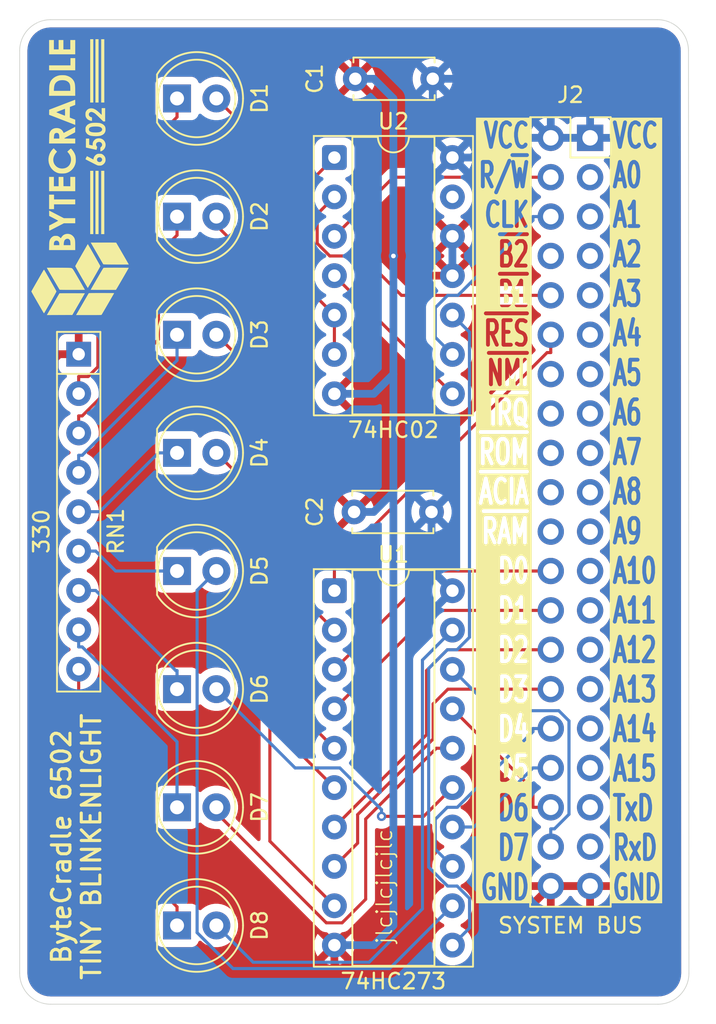
<source format=kicad_pcb>
(kicad_pcb (version 20241229) (generator "pcbnew") (generator_version "9.0")
  (layers (0 "F.Cu" signal) (2 "B.Cu" signal) (13 "F.Paste" user) (15 "B.Paste" user) (5 "F.SilkS" user "F.Silkscreen") (7 "B.SilkS" user "B.Silkscreen") (1 "F.Mask" user) (3 "B.Mask" user) (25 "Edge.Cuts" user))
  (net 0 "")
  (net 1 "GND")
  (net 2 "VCC")
  (net 3 "Net-(D1-K)")
  (net 4 "Net-(D1-A)")
  (net 5 "Net-(D2-A)")
  (net 6 "Net-(D2-K)")
  (net 7 "Net-(D3-A)")
  (net 8 "Net-(D3-K)")
  (net 9 "Net-(D4-A)")
  (net 10 "Net-(D4-K)")
  (net 11 "Net-(D5-A)")
  (net 12 "Net-(D5-K)")
  (net 13 "Net-(D6-A)")
  (net 14 "Net-(D6-K)")
  (net 15 "Net-(D7-A)")
  (net 16 "Net-(D7-K)")
  (net 17 "Net-(D8-K)")
  (net 18 "Net-(D8-A)")
  (net 19 "RxD1")
  (net 20 "D2")
  (net 21 "~{RES}")
  (net 22 "CLK")
  (net 23 "A12")
  (net 24 "A3")
  (net 25 "D4")
  (net 26 "D7")
  (net 27 "R{slash}~{W}")
  (net 28 "~{RAMCS}")
  (net 29 "A1")
  (net 30 "D0")
  (net 31 "~{IRQ}")
  (net 32 "A9")
  (net 33 "~{ROMCS}")
  (net 34 "B2")
  (net 35 "TxD1")
  (net 36 "A11")
  (net 37 "A7")
  (net 38 "A15")
  (net 39 "A13")
  (net 40 "B1")
  (net 41 "A0")
  (net 42 "A14")
  (net 43 "A6")
  (net 44 "D6")
  (net 45 "A5")
  (net 46 "A8")
  (net 47 "D1")
  (net 48 "~{NMI}")
  (net 49 "A10")
  (net 50 "D3")
  (net 51 "~{ACIACS}")
  (net 52 "D5")
  (net 53 "A2")
  (net 54 "A4")
  (net 55 "Net-(U1-Cp)")
  (net 56 "Net-(U2-Pad1)")
  (net 57 "Net-(U2-Pad4)")
  (footprint "Package_DIP:DIP-14_W7.62mm_Socket" (layer "F.Cu") (at 87.63 34.29)
    (property "Reference" "U2" (at 3.81 -2.33 0) (layer "F.SilkS"))
    (property "Value" "74HC02" (at 3.81 17.57 0) (layer "F.SilkS"))
    (pad "1" thru_hole roundrect (at 0 0) (size 1.6 1.6) (drill 0.8) (layers "*.Cu" "*.Mask") (roundrect_rratio 0.15625) (net 56 "Net-(U2-Pad1)"))
    (pad "2" thru_hole circle (at 0 2.54) (size 1.6 1.6) (drill 0.8) (layers "*.Cu" "*.Mask") (net 40 "B1"))
    (pad "3" thru_hole circle (at 0 5.08) (size 1.6 1.6) (drill 0.8) (layers "*.Cu" "*.Mask") (net 27 "R{slash}~{W}"))
    (pad "4" thru_hole circle (at 0 7.62) (size 1.6 1.6) (drill 0.8) (layers "*.Cu" "*.Mask") (net 57 "Net-(U2-Pad4)"))
    (pad "5" thru_hole circle (at 0 10.16) (size 1.6 1.6) (drill 0.8) (layers "*.Cu" "*.Mask") (net 56 "Net-(U2-Pad1)"))
    (pad "6" thru_hole circle (at 0 12.7) (size 1.6 1.6) (drill 0.8) (layers "*.Cu" "*.Mask") (net 56 "Net-(U2-Pad1)"))
    (pad "7" thru_hole circle (at 0 15.24) (size 1.6 1.6) (drill 0.8) (layers "*.Cu" "*.Mask") (net 1 "GND"))
    (pad "8" thru_hole circle (at 7.62 15.24) (size 1.6 1.6) (drill 0.8) (layers "*.Cu" "*.Mask") (net 57 "Net-(U2-Pad4)"))
    (pad "9" thru_hole circle (at 7.62 12.7) (size 1.6 1.6) (drill 0.8) (layers "*.Cu" "*.Mask") (net 22 "CLK"))
    (pad "10" thru_hole circle (at 7.62 10.16) (size 1.6 1.6) (drill 0.8) (layers "*.Cu" "*.Mask") (net 55 "Net-(U1-Cp)"))
    (pad "11" thru_hole circle (at 7.62 7.62) (size 1.6 1.6) (drill 0.8) (layers "*.Cu" "*.Mask") (net 1 "GND"))
    (pad "12" thru_hole circle (at 7.62 5.08) (size 1.6 1.6) (drill 0.8) (layers "*.Cu" "*.Mask") (net 1 "GND"))
    (pad "13" thru_hole circle (at 7.62 2.54) (size 1.6 1.6) (drill 0.8) (layers "*.Cu" "*.Mask"))
    (pad "14" thru_hole circle (at 7.62 0) (size 1.6 1.6) (drill 0.8) (layers "*.Cu" "*.Mask") (net 2 "VCC"))
  )
  (footprint "Capacitor_THT:C_Disc_D5.0mm_W2.5mm_P5.00mm" (layer "F.Cu") (at 93.9 57.15 180)
    (property "Reference" "C2" (at 7.54 0 90) (layer "F.SilkS"))
    (property "Value" "C")
    (pad "1" thru_hole circle (at 0 0 180) (size 1.6 1.6) (drill 0.8) (layers "*.Cu" "*.Mask") (net 2 "VCC"))
    (pad "2" thru_hole circle (at 5 0 180) (size 1.6 1.6) (drill 0.8) (layers "*.Cu" "*.Mask") (net 1 "GND"))
  )
  (footprint "LED_THT:LED_D5.0mm" (layer "F.Cu") (at 77.47 60.96)
    (property "Reference" "D5" (at 5.334 0 90) (layer "F.SilkS"))
    (property "Value" "LED")
    (pad "1" thru_hole rect (at 0 0) (size 1.8 1.8) (drill 0.9) (layers "*.Cu" "*.Mask") (net 12 "Net-(D5-K)"))
    (pad "2" thru_hole circle (at 2.54 0) (size 1.8 1.8) (drill 0.9) (layers "*.Cu" "*.Mask") (net 11 "Net-(D5-A)"))
  )
  (footprint "LED_THT:LED_D5.0mm" (layer "F.Cu") (at 77.47 30.48)
    (property "Reference" "D1" (at 5.334 0 90) (layer "F.SilkS"))
    (property "Value" "LED")
    (pad "1" thru_hole rect (at 0 0) (size 1.8 1.8) (drill 0.9) (layers "*.Cu" "*.Mask") (net 3 "Net-(D1-K)"))
    (pad "2" thru_hole circle (at 2.54 0) (size 1.8 1.8) (drill 0.9) (layers "*.Cu" "*.Mask") (net 4 "Net-(D1-A)"))
  )
  (footprint "LED_THT:LED_D5.0mm" (layer "F.Cu") (at 77.47 76.2)
    (property "Reference" "D7" (at 5.334 0 90) (layer "F.SilkS"))
    (property "Value" "LED")
    (pad "1" thru_hole rect (at 0 0) (size 1.8 1.8) (drill 0.9) (layers "*.Cu" "*.Mask") (net 16 "Net-(D7-K)"))
    (pad "2" thru_hole circle (at 2.54 0) (size 1.8 1.8) (drill 0.9) (layers "*.Cu" "*.Mask") (net 15 "Net-(D7-A)"))
  )
  (footprint "LED_THT:LED_D5.0mm" (layer "F.Cu") (at 77.47 68.58)
    (property "Reference" "D6" (at 5.334 0 90) (layer "F.SilkS"))
    (property "Value" "LED")
    (pad "1" thru_hole rect (at 0 0) (size 1.8 1.8) (drill 0.9) (layers "*.Cu" "*.Mask") (net 14 "Net-(D6-K)"))
    (pad "2" thru_hole circle (at 2.54 0) (size 1.8 1.8) (drill 0.9) (layers "*.Cu" "*.Mask") (net 13 "Net-(D6-A)"))
  )
  (footprint "Resistor_THT:R_Array_SIP9" (layer "F.Cu") (at 71.12 46.975 -90)
    (property "Reference" "RN1" (at 11.43 -2.4 90) (layer "F.SilkS"))
    (property "Value" "330" (at 11.43 2.4 90) (layer "F.SilkS"))
    (pad "1" thru_hole rect (at 0 0 270) (size 1.6 1.6) (drill 0.8) (layers "*.Cu" "*.Mask") (net 1 "GND"))
    (pad "2" thru_hole oval (at 2.54 0 270) (size 1.6 1.6) (drill 0.8) (layers "*.Cu" "*.Mask") (net 3 "Net-(D1-K)"))
    (pad "3" thru_hole oval (at 5.08 0 270) (size 1.6 1.6) (drill 0.8) (layers "*.Cu" "*.Mask") (net 6 "Net-(D2-K)"))
    (pad "4" thru_hole oval (at 7.62 0 270) (size 1.6 1.6) (drill 0.8) (layers "*.Cu" "*.Mask") (net 8 "Net-(D3-K)"))
    (pad "5" thru_hole oval (at 10.16 0 270) (size 1.6 1.6) (drill 0.8) (layers "*.Cu" "*.Mask") (net 10 "Net-(D4-K)"))
    (pad "6" thru_hole oval (at 12.7 0 270) (size 1.6 1.6) (drill 0.8) (layers "*.Cu" "*.Mask") (net 12 "Net-(D5-K)"))
    (pad "7" thru_hole oval (at 15.24 0 270) (size 1.6 1.6) (drill 0.8) (layers "*.Cu" "*.Mask") (net 14 "Net-(D6-K)"))
    (pad "8" thru_hole oval (at 17.78 0 270) (size 1.6 1.6) (drill 0.8) (layers "*.Cu" "*.Mask") (net 16 "Net-(D7-K)"))
    (pad "9" thru_hole oval (at 20.32 0 270) (size 1.6 1.6) (drill 0.8) (layers "*.Cu" "*.Mask") (net 17 "Net-(D8-K)"))
  )
  (footprint "LED_THT:LED_D5.0mm" (layer "F.Cu") (at 77.47 83.82)
    (property "Reference" "D8" (at 5.334 0 270) (layer "F.SilkS"))
    (property "Value" "LED")
    (pad "1" thru_hole rect (at 0 0) (size 1.8 1.8) (drill 0.9) (layers "*.Cu" "*.Mask") (net 17 "Net-(D8-K)"))
    (pad "2" thru_hole circle (at 2.54 0) (size 1.8 1.8) (drill 0.9) (layers "*.Cu" "*.Mask") (net 18 "Net-(D8-A)"))
  )
  (footprint "LED_THT:LED_D5.0mm" (layer "F.Cu") (at 77.47 45.72)
    (property "Reference" "D3" (at 5.334 0 90) (layer "F.SilkS"))
    (property "Value" "LED")
    (pad "1" thru_hole rect (at 0 0) (size 1.8 1.8) (drill 0.9) (layers "*.Cu" "*.Mask") (net 8 "Net-(D3-K)"))
    (pad "2" thru_hole circle (at 2.54 0) (size 1.8 1.8) (drill 0.9) (layers "*.Cu" "*.Mask") (net 7 "Net-(D3-A)"))
  )
  (footprint "Package_DIP:DIP-20_W7.62mm_Socket" (layer "F.Cu") (at 87.63 62.23)
    (property "Reference" "U1" (at 3.81 -2.33 0) (layer "F.SilkS"))
    (property "Value" "74HC273" (at 3.81 25.19 0) (layer "F.SilkS"))
    (pad "1" thru_hole roundrect (at 0 0) (size 1.6 1.6) (drill 0.8) (layers "*.Cu" "*.Mask") (roundrect_rratio 0.15625) (net 21 "~{RES}"))
    (pad "2" thru_hole circle (at 0 2.54) (size 1.6 1.6) (drill 0.8) (layers "*.Cu" "*.Mask") (net 4 "Net-(D1-A)"))
    (pad "3" thru_hole circle (at 0 5.08) (size 1.6 1.6) (drill 0.8) (layers "*.Cu" "*.Mask") (net 30 "D0"))
    (pad "4" thru_hole circle (at 0 7.62) (size 1.6 1.6) (drill 0.8) (layers "*.Cu" "*.Mask") (net 47 "D1"))
    (pad "5" thru_hole circle (at 0 10.16) (size 1.6 1.6) (drill 0.8) (layers "*.Cu" "*.Mask") (net 5 "Net-(D2-A)"))
    (pad "6" thru_hole circle (at 0 12.7) (size 1.6 1.6) (drill 0.8) (layers "*.Cu" "*.Mask") (net 7 "Net-(D3-A)"))
    (pad "7" thru_hole circle (at 0 15.24) (size 1.6 1.6) (drill 0.8) (layers "*.Cu" "*.Mask") (net 20 "D2"))
    (pad "8" thru_hole circle (at 0 17.78) (size 1.6 1.6) (drill 0.8) (layers "*.Cu" "*.Mask") (net 50 "D3"))
    (pad "9" thru_hole circle (at 0 20.32) (size 1.6 1.6) (drill 0.8) (layers "*.Cu" "*.Mask") (net 9 "Net-(D4-A)"))
    (pad "10" thru_hole circle (at 0 22.86) (size 1.6 1.6) (drill 0.8) (layers "*.Cu" "*.Mask") (net 1 "GND"))
    (pad "11" thru_hole circle (at 7.62 22.86) (size 1.6 1.6) (drill 0.8) (layers "*.Cu" "*.Mask") (net 55 "Net-(U1-Cp)"))
    (pad "12" thru_hole circle (at 7.62 20.32) (size 1.6 1.6) (drill 0.8) (layers "*.Cu" "*.Mask") (net 11 "Net-(D5-A)"))
    (pad "13" thru_hole circle (at 7.62 17.78) (size 1.6 1.6) (drill 0.8) (layers "*.Cu" "*.Mask") (net 25 "D4"))
    (pad "14" thru_hole circle (at 7.62 15.24) (size 1.6 1.6) (drill 0.8) (layers "*.Cu" "*.Mask") (net 52 "D5"))
    (pad "15" thru_hole circle (at 7.62 12.7) (size 1.6 1.6) (drill 0.8) (layers "*.Cu" "*.Mask") (net 13 "Net-(D6-A)"))
    (pad "16" thru_hole circle (at 7.62 10.16) (size 1.6 1.6) (drill 0.8) (layers "*.Cu" "*.Mask") (net 15 "Net-(D7-A)"))
    (pad "17" thru_hole circle (at 7.62 7.62) (size 1.6 1.6) (drill 0.8) (layers "*.Cu" "*.Mask") (net 44 "D6"))
    (pad "18" thru_hole circle (at 7.62 5.08) (size 1.6 1.6) (drill 0.8) (layers "*.Cu" "*.Mask") (net 26 "D7"))
    (pad "19" thru_hole circle (at 7.62 2.54) (size 1.6 1.6) (drill 0.8) (layers "*.Cu" "*.Mask") (net 18 "Net-(D8-A)"))
    (pad "20" thru_hole circle (at 7.62 0) (size 1.6 1.6) (drill 0.8) (layers "*.Cu" "*.Mask") (net 2 "VCC"))
  )
  (footprint "LED_THT:LED_D5.0mm" (layer "F.Cu") (at 77.47 53.34)
    (property "Reference" "D4" (at 5.334 0 90) (layer "F.SilkS"))
    (property "Value" "LED")
    (pad "1" thru_hole rect (at 0 0) (size 1.8 1.8) (drill 0.9) (layers "*.Cu" "*.Mask") (net 10 "Net-(D4-K)"))
    (pad "2" thru_hole circle (at 2.54 0) (size 1.8 1.8) (drill 0.9) (layers "*.Cu" "*.Mask") (net 9 "Net-(D4-A)"))
  )
  (footprint "Capacitor_THT:C_Disc_D5.0mm_W2.5mm_P5.00mm" (layer "F.Cu") (at 93.98 29.21 180)
    (property "Reference" "C1" (at 7.62 0 90) (layer "F.SilkS"))
    (property "Value" "C")
    (pad "1" thru_hole circle (at 0 0 180) (size 1.6 1.6) (drill 0.8) (layers "*.Cu" "*.Mask") (net 2 "VCC"))
    (pad "2" thru_hole circle (at 5 0 180) (size 1.6 1.6) (drill 0.8) (layers "*.Cu" "*.Mask") (net 1 "GND"))
  )
  (footprint "components:bytecradle-logo" (layer "F.Cu") (at 71.12 35.56 90)
    (property "Reference" "G***")
    (property "Value" "LOGO" (hide yes))
  )
  (footprint "LED_THT:LED_D5.0mm" (layer "F.Cu") (at 77.47 38.1)
    (property "Reference" "D2" (at 5.334 0 90) (layer "F.SilkS"))
    (property "Value" "LED")
    (pad "1" thru_hole rect (at 0 0) (size 1.8 1.8) (drill 0.9) (layers "*.Cu" "*.Mask") (net 6 "Net-(D2-K)"))
    (pad "2" thru_hole circle (at 2.54 0) (size 1.8 1.8) (drill 0.9) (layers "*.Cu" "*.Mask") (net 5 "Net-(D2-A)"))
  )
  (footprint "Connector_PinSocket_2.54mm:PinSocket_2x20_P2.54mm_Vertical" (layer "F.Cu") (at 104.14 33.02)
    (property "Reference" "J2" (at -1.27 -2.77 0) (layer "F.SilkS"))
    (property "Value" "SYSTEM BUS" (at -1.27 50.8 180) (layer "F.SilkS"))
    (pad "1" thru_hole rect (at 0 0) (size 1.7 1.7) (drill 1) (layers "*.Cu" "*.Mask") (net 2 "VCC"))
    (pad "2" thru_hole oval (at -2.54 0) (size 1.7 1.7) (drill 1) (layers "*.Cu" "*.Mask") (net 2 "VCC"))
    (pad "3" thru_hole oval (at 0 2.54) (size 1.7 1.7) (drill 1) (layers "*.Cu" "*.Mask") (net 41 "A0"))
    (pad "4" thru_hole oval (at -2.54 2.54) (size 1.7 1.7) (drill 1) (layers "*.Cu" "*.Mask") (net 27 "R{slash}~{W}"))
    (pad "5" thru_hole oval (at 0 5.08) (size 1.7 1.7) (drill 1) (layers "*.Cu" "*.Mask") (net 29 "A1"))
    (pad "6" thru_hole oval (at -2.54 5.08) (size 1.7 1.7) (drill 1) (layers "*.Cu" "*.Mask") (net 22 "CLK"))
    (pad "7" thru_hole oval (at 0 7.62) (size 1.7 1.7) (drill 1) (layers "*.Cu" "*.Mask") (net 53 "A2"))
    (pad "8" thru_hole oval (at -2.54 7.62) (size 1.7 1.7) (drill 1) (layers "*.Cu" "*.Mask") (net 34 "B2"))
    (pad "9" thru_hole oval (at 0 10.16) (size 1.7 1.7) (drill 1) (layers "*.Cu" "*.Mask") (net 24 "A3"))
    (pad "10" thru_hole oval (at -2.54 10.16) (size 1.7 1.7) (drill 1) (layers "*.Cu" "*.Mask") (net 40 "B1"))
    (pad "11" thru_hole oval (at 0 12.7) (size 1.7 1.7) (drill 1) (layers "*.Cu" "*.Mask") (net 54 "A4"))
    (pad "12" thru_hole oval (at -2.54 12.7) (size 1.7 1.7) (drill 1) (layers "*.Cu" "*.Mask") (net 21 "~{RES}"))
    (pad "13" thru_hole oval (at 0 15.24) (size 1.7 1.7) (drill 1) (layers "*.Cu" "*.Mask") (net 45 "A5"))
    (pad "14" thru_hole oval (at -2.54 15.24) (size 1.7 1.7) (drill 1) (layers "*.Cu" "*.Mask") (net 48 "~{NMI}"))
    (pad "15" thru_hole oval (at 0 17.78) (size 1.7 1.7) (drill 1) (layers "*.Cu" "*.Mask") (net 43 "A6"))
    (pad "16" thru_hole oval (at -2.54 17.78) (size 1.7 1.7) (drill 1) (layers "*.Cu" "*.Mask") (net 31 "~{IRQ}"))
    (pad "17" thru_hole oval (at 0 20.32) (size 1.7 1.7) (drill 1) (layers "*.Cu" "*.Mask") (net 37 "A7"))
    (pad "18" thru_hole oval (at -2.54 20.32) (size 1.7 1.7) (drill 1) (layers "*.Cu" "*.Mask") (net 33 "~{ROMCS}"))
    (pad "19" thru_hole oval (at 0 22.86) (size 1.7 1.7) (drill 1) (layers "*.Cu" "*.Mask") (net 46 "A8"))
    (pad "20" thru_hole oval (at -2.54 22.86) (size 1.7 1.7) (drill 1) (layers "*.Cu" "*.Mask") (net 51 "~{ACIACS}"))
    (pad "21" thru_hole oval (at 0 25.4) (size 1.7 1.7) (drill 1) (layers "*.Cu" "*.Mask") (net 32 "A9"))
    (pad "22" thru_hole oval (at -2.54 25.4) (size 1.7 1.7) (drill 1) (layers "*.Cu" "*.Mask") (net 28 "~{RAMCS}"))
    (pad "23" thru_hole oval (at 0 27.94) (size 1.7 1.7) (drill 1) (layers "*.Cu" "*.Mask") (net 49 "A10"))
    (pad "24" thru_hole oval (at -2.54 27.94) (size 1.7 1.7) (drill 1) (layers "*.Cu" "*.Mask") (net 30 "D0"))
    (pad "25" thru_hole oval (at 0 30.48) (size 1.7 1.7) (drill 1) (layers "*.Cu" "*.Mask") (net 36 "A11"))
    (pad "26" thru_hole oval (at -2.54 30.48) (size 1.7 1.7) (drill 1) (layers "*.Cu" "*.Mask") (net 47 "D1"))
    (pad "27" thru_hole oval (at 0 33.02) (size 1.7 1.7) (drill 1) (layers "*.Cu" "*.Mask") (net 23 "A12"))
    (pad "28" thru_hole oval (at -2.54 33.02) (size 1.7 1.7) (drill 1) (layers "*.Cu" "*.Mask") (net 20 "D2"))
    (pad "29" thru_hole oval (at 0 35.56) (size 1.7 1.7) (drill 1) (layers "*.Cu" "*.Mask") (net 39 "A13"))
    (pad "30" thru_hole oval (at -2.54 35.56) (size 1.7 1.7) (drill 1) (layers "*.Cu" "*.Mask") (net 50 "D3"))
    (pad "31" thru_hole oval (at 0 38.1) (size 1.7 1.7) (drill 1) (layers "*.Cu" "*.Mask") (net 42 "A14"))
    (pad "32" thru_hole oval (at -2.54 38.1) (size 1.7 1.7) (drill 1) (layers "*.Cu" "*.Mask") (net 25 "D4"))
    (pad "33" thru_hole oval (at 0 40.64) (size 1.7 1.7) (drill 1) (layers "*.Cu" "*.Mask") (net 38 "A15"))
    (pad "34" thru_hole oval (at -2.54 40.64) (size 1.7 1.7) (drill 1) (layers "*.Cu" "*.Mask") (net 52 "D5"))
    (pad "35" thru_hole oval (at 0 43.18) (size 1.7 1.7) (drill 1) (layers "*.Cu" "*.Mask") (net 35 "TxD1"))
    (pad "36" thru_hole oval (at -2.54 43.18) (size 1.7 1.7) (drill 1) (layers "*.Cu" "*.Mask") (net 44 "D6"))
    (pad "37" thru_hole oval (at 0 45.72) (size 1.7 1.7) (drill 1) (layers "*.Cu" "*.Mask") (net 19 "RxD1"))
    (pad "38" thru_hole oval (at -2.54 45.72) (size 1.7 1.7) (drill 1) (layers "*.Cu" "*.Mask") (net 26 "D7"))
    (pad "39" thru_hole oval (at 0 48.26) (size 1.7 1.7) (drill 1) (layers "*.Cu" "*.Mask") (net 1 "GND"))
    (pad "40" thru_hole oval (at -2.54 48.26) (size 1.7 1.7) (drill 1) (layers "*.Cu" "*.Mask") (net 1 "GND"))
  )
  (gr_arc (start 108.491016 25.4) (mid 109.90487 25.985427) (end 110.491015 27.398984) (stroke (width 0.05)) (layer "Edge.Cuts"))
  (gr_arc (start 69.31 88.9) (mid 67.895786 88.314214) (end 67.31 86.9) (stroke (width 0.05)) (layer "Edge.Cuts"))
  (gr_arc (start 67.31 27.4) (mid 67.895786 25.985786) (end 69.31 25.4) (stroke (width 0.05)) (layer "Edge.Cuts"))
  (gr_line (start 108.521236 88.9) (end 69.31 88.9) (stroke (width 0.05)) (layer "Edge.Cuts"))
  (gr_line (start 110.491015 27.398984) (end 110.521236 86.898984) (stroke (width 0.05)) (layer "Edge.Cuts"))
  (gr_arc (start 110.521236 86.898984) (mid 109.935811 88.313867) (end 108.521236 88.9) (stroke (width 0.05)) (layer "Edge.Cuts"))
  (gr_line (start 67.31 86.9) (end 67.31 27.4) (stroke (width 0.05)) (layer "Edge.Cuts"))
  (gr_line (start 69.31 25.4) (end 108.491016 25.4) (stroke (width 0.05)) (layer "Edge.Cuts"))
  (gr_text "jlcjlcjlcjlc" (at 91.44 85.09 90) (layer "F.SilkS") (effects (font (size 1 1) (thickness 0.1)) (justify left bottom)))
  (gr_text "ByteCradle 6502\nTINY BLINKENLIGHT" (at 72.644 78.74 90) (layer "F.SilkS") (effects (font (size 1.2 1.2) (thickness 0.2)) (justify bottom)))
  (gr_text "VCC\nR/~{W}\nCLK\n~{B2}\n~{B1}\n~{RES}\n~{NMI}\n~{IRQ}\n~{ROM}\n~{ACIA}\n~{RAM}\nD0\nD1\nD2\nD3\nD4\nD5\nD6\nD7\nGND" (at 100.33 82.296 0) (layer "F.SilkS" knockout) (effects (font (size 1.585 1) (thickness 0.25) (bold yes)) (justify right bottom)))
  (gr_text "VCC\nA0\nA1\nA2\nA3\nA4\nA5\nA6\nA7\nA8\nA9\nA10\nA11\nA12\nA13\nA14\nA15\nTxD\nRxD\nGND" (at 105.47 82.296 0) (layer "F.SilkS" knockout) (effects (font (size 1.585 1) (thickness 0.25) (bold yes)) (justify left bottom)))
  (segment (start 88.9 87.63) (end 87.63 86.36) (width 0.5) (layer "F.Cu") (net 1))
  (segment (start 101.6 81.28) (end 100.33 82.55) (width 0.5) (layer "F.Cu") (net 1))
  (segment (start 100.33 86.36) (end 99.06 87.63) (width 0.5) (layer "F.Cu") (net 1))
  (segment (start 68.58 27.94) (end 69.85 26.67) (width 0.5) (layer "F.Cu") (net 1))
  (segment (start 100.33 82.55) (end 100.33 86.36) (width 0.5) (layer "F.Cu") (net 1))
  (segment (start 69.865 46.975) (end 71.12 46.975) (width 0.5) (layer "F.Cu") (net 1))
  (segment (start 69.85 87.63) (end 68.58 86.36) (width 0.5) (layer "F.Cu") (net 1))
  (segment (start 88.9 87.63) (end 69.85 87.63) (width 0.5) (layer "F.Cu") (net 1))
  (segment (start 68.58 48.26) (end 68.58 27.94) (width 0.5) (layer "F.Cu") (net 1))
  (segment (start 95.25 41.91) (end 92.71 41.91) (width 0.5) (layer "F.Cu") (net 1))
  (segment (start 68.58 86.36) (end 68.58 48.26) (width 0.5) (layer "F.Cu") (net 1))
  (segment (start 87.63 26.67) (end 88.98 28.02) (width 0.5) (layer "F.Cu") (net 1))
  (segment (start 92.71 41.91) (end 91.44 40.64) (width 0.5) (layer "F.Cu") (net 1))
  (segment (start 87.63 86.36) (end 87.63 85.09) (width 0.5) (layer "F.Cu") (net 1))
  (segment (start 104.14 81.28) (end 101.6 81.28) (width 0.5) (layer "F.Cu") (net 1))
  (segment (start 88.98 28.02) (end 88.98 29.21) (width 0.5) (layer "F.Cu") (net 1))
  (segment (start 99.06 87.63) (end 88.9 87.63) (width 0.5) (layer "F.Cu") (net 1))
  (segment (start 68.58 48.26) (end 69.865 46.975) (width 0.5) (layer "F.Cu") (net 1))
  (segment (start 69.85 26.67) (end 87.63 26.67) (width 0.5) (layer "F.Cu") (net 1))
  (via (at 91.44 40.64) (size 0.6) (drill 0.3) (layers "F.Cu" "B.Cu") (net 1))
  (segment (start 91.44 30.48) (end 91.44 40.64) (width 0.5) (layer "B.Cu") (net 1))
  (segment (start 90.17 57.15) (end 88.9 57.15) (width 0.5) (layer "B.Cu") (net 1))
  (segment (start 91.44 55.88) (end 91.44 83.82) (width 0.5) (layer "B.Cu") (net 1))
  (segment (start 95.25 39.37) (end 95.25 41.91) (width 0.5) (layer "B.Cu") (net 1))
  (segment (start 91.44 55.88) (end 90.17 57.15) (width 0.5) (layer "B.Cu") (net 1))
  (segment (start 90.17 29.21) (end 91.44 30.48) (width 0.5) (layer "B.Cu") (net 1))
  (segment (start 91.44 40.64) (end 91.44 48.26) (width 0.5) (layer "B.Cu") (net 1))
  (segment (start 88.98 29.21) (end 90.17 29.21) (width 0.5) (layer "B.Cu") (net 1))
  (segment (start 91.44 83.82) (end 90.17 85.09) (width 0.5) (layer "B.Cu") (net 1))
  (segment (start 91.44 48.26) (end 90.17 49.53) (width 0.5) (layer "B.Cu") (net 1))
  (segment (start 90.17 49.53) (end 87.63 49.53) (width 0.5) (layer "B.Cu") (net 1))
  (segment (start 90.17 85.09) (end 87.63 85.09) (width 0.5) (layer "B.Cu") (net 1))
  (segment (start 91.44 48.26) (end 91.44 55.88) (width 0.5) (layer "B.Cu") (net 1))
  (segment (start 101.6 33.02) (end 97.79 29.21) (width 0.5) (layer "B.Cu") (net 2))
  (segment (start 95.25 62.23) (end 93.9 60.88) (width 0.5) (layer "B.Cu") (net 2))
  (segment (start 97.79 33.02) (end 101.6 33.02) (width 0.5) (layer "B.Cu") (net 2))
  (segment (start 92.71 34.29) (end 93.98 33.02) (width 0.5) (layer "B.Cu") (net 2))
  (segment (start 92.71 55.96) (end 92.71 34.29) (width 0.5) (layer "B.Cu") (net 2))
  (segment (start 93.9 57.15) (end 92.71 55.96) (width 0.5) (layer "B.Cu") (net 2))
  (segment (start 93.9 60.88) (end 93.9 57.15) (width 0.5) (layer "B.Cu") (net 2))
  (segment (start 104.14 33.02) (end 101.6 33.02) (width 0.5) (layer "B.Cu") (net 2))
  (segment (start 96.52 34.29) (end 97.79 33.02) (width 0.5) (layer "B.Cu") (net 2))
  (segment (start 93.98 29.21) (end 93.98 33.02) (width 0.5) (layer "B.Cu") (net 2))
  (segment (start 97.79 29.21) (end 93.98 29.21) (width 0.5) (layer "B.Cu") (net 2))
  (segment (start 93.98 33.02) (end 95.25 34.29) (width 0.5) (layer "B.Cu") (net 2))
  (segment (start 95.25 34.29) (end 96.52 34.29) (width 0.5) (layer "B.Cu") (net 2))
  (segment (start 77.47 30.48) (end 77.47 31.6801) (width 0.2) (layer "F.Cu") (net 3))
  (segment (start 72.3598 36.7903) (end 72.3598 47.792) (width 0.2) (layer "F.Cu") (net 3))
  (segment (start 71.12 49.515) (end 71.12 48.4149) (width 0.2) (layer "F.Cu") (net 3))
  (segment (start 72.3598 47.792) (end 71.7369 48.4149) (width 0.2) (layer "F.Cu") (net 3))
  (segment (start 71.7369 48.4149) (end 71.12 48.4149) (width 0.2) (layer "F.Cu") (net 3))
  (segment (start 77.47 31.6801) (end 72.3598 36.7903) (width 0.2) (layer "F.Cu") (net 3))
  (segment (start 85.6301 36.1001) (end 85.6301 43.4373) (width 0.2) (layer "F.Cu") (net 4))
  (segment (start 80.01 30.48) (end 85.6301 36.1001) (width 0.2) (layer "F.Cu") (net 4))
  (segment (start 86.1912 63.3312) (end 87.63 64.77) (width 0.2) (layer "F.Cu") (net 4))
  (segment (start 85.6301 43.4373) (end 86.1912 43.9984) (width 0.2) (layer "F.Cu") (net 4))
  (segment (start 86.1912 43.9984) (end 86.1912 63.3312) (width 0.2) (layer "F.Cu") (net 4))
  (segment (start 85.4301 70.1901) (end 87.63 72.39) (width 0.2) (layer "F.Cu") (net 5))
  (segment (start 80.01 38.6657) (end 85.4301 44.0858) (width 0.2) (layer "F.Cu") (net 5))
  (segment (start 80.01 38.1) (end 80.01 38.6657) (width 0.2) (layer "F.Cu") (net 5))
  (segment (start 85.4301 44.0858) (end 85.4301 70.1901) (width 0.2) (layer "F.Cu") (net 5))
  (segment (start 76.2699 46.0329) (end 76.2699 40.5002) (width 0.2) (layer "F.Cu") (net 6))
  (segment (start 77.47 38.1) (end 77.47 39.3001) (width 0.2) (layer "F.Cu") (net 6))
  (segment (start 76.2699 40.5002) (end 77.47 39.3001) (width 0.2) (layer "F.Cu") (net 6))
  (segment (start 71.12 52.055) (end 71.12 50.9549) (width 0.2) (layer "F.Cu") (net 6))
  (segment (start 71.12 50.9549) (end 71.3479 50.9549) (width 0.2) (layer "F.Cu") (net 6))
  (segment (start 71.3479 50.9549) (end 76.2699 46.0329) (width 0.2) (layer "F.Cu") (net 6))
  (segment (start 84.5695 50.2795) (end 84.5695 71.8695) (width 0.2) (layer "F.Cu") (net 7))
  (segment (start 84.5695 71.8695) (end 87.63 74.93) (width 0.2) (layer "F.Cu") (net 7))
  (segment (start 80.01 45.72) (end 84.5695 50.2795) (width 0.2) (layer "F.Cu") (net 7))
  (segment (start 71.12 54.595) (end 71.12 53.4949) (width 0.2) (layer "B.Cu") (net 8))
  (segment (start 77.47 45.72) (end 77.47 47.3728) (width 0.2) (layer "B.Cu") (net 8))
  (segment (start 77.47 47.3728) (end 71.3479 53.4949) (width 0.2) (layer "B.Cu") (net 8))
  (segment (start 71.3479 53.4949) (end 71.12 53.4949) (width 0.2) (layer "B.Cu") (net 8))
  (segment (start 83.4644 78.3844) (end 87.63 82.55) (width 0.2) (layer "F.Cu") (net 9))
  (segment (start 80.01 53.34) (end 83.4644 56.7944) (width 0.2) (layer "F.Cu") (net 9))
  (segment (start 83.4644 56.7944) (end 83.4644 78.3844) (width 0.2) (layer "F.Cu") (net 9))
  (segment (start 76.2699 53.34) (end 72.4749 57.135) (width 0.2) (layer "B.Cu") (net 10))
  (segment (start 72.4749 57.135) (end 71.12 57.135) (width 0.2) (layer "B.Cu") (net 10))
  (segment (start 77.47 53.34) (end 76.2699 53.34) (width 0.2) (layer "B.Cu") (net 10))
  (segment (start 80.01 60.96) (end 78.7658 62.2042) (width 0.2) (layer "B.Cu") (net 11))
  (segment (start 78.7658 62.2042) (end 78.7658 84.2832) (width 0.2) (layer "B.Cu") (net 11))
  (segment (start 81.0832 86.6006) (end 91.1994 86.6006) (width 0.2) (layer "B.Cu") (net 11))
  (segment (start 78.7658 84.2832) (end 81.0832 86.6006) (width 0.2) (layer "B.Cu") (net 11))
  (segment (start 91.1994 86.6006) (end 95.25 82.55) (width 0.2) (layer "B.Cu") (net 11))
  (segment (start 77.47 60.96) (end 73.5051 60.96) (width 0.2) (layer "B.Cu") (net 12))
  (segment (start 73.5051 60.96) (end 72.2201 59.675) (width 0.2) (layer "B.Cu") (net 12))
  (segment (start 71.12 59.675) (end 72.2201 59.675) (width 0.2) (layer "B.Cu") (net 12))
  (segment (start 93.3958 76.7842) (end 90.6729 76.7842) (width 0.2) (layer "F.Cu") (net 13))
  (segment (start 95.25 74.93) (end 93.3958 76.7842) (width 0.2) (layer "F.Cu") (net 13))
  (via (at 90.6729 76.7842) (size 0.6) (drill 0.3) (layers "F.Cu" "B.Cu") (net 13))
  (segment (start 85.09 73.66) (end 87.9814 73.66) (width 0.2) (layer "B.Cu") (net 13))
  (segment (start 80.01 68.58) (end 85.09 73.66) (width 0.2) (layer "B.Cu") (net 13))
  (segment (start 90.6729 76.3515) (end 90.6729 76.7842) (width 0.2) (layer "B.Cu") (net 13))
  (segment (start 87.9814 73.66) (end 90.6729 76.3515) (width 0.2) (layer "B.Cu") (net 13))
  (segment (start 77.385 67.3799) (end 72.2201 62.215) (width 0.2) (layer "B.Cu") (net 14))
  (segment (start 77.47 67.3799) (end 77.385 67.3799) (width 0.2) (layer "B.Cu") (net 14))
  (segment (start 71.12 62.215) (end 72.2201 62.215) (width 0.2) (layer "B.Cu") (net 14))
  (segment (start 77.47 68.58) (end 77.47 67.3799) (width 0.2) (layer "B.Cu") (net 14))
  (segment (start 95.25 72.39) (end 94.2151 72.39) (width 0.2) (layer "F.Cu") (net 15))
  (segment (start 89.6507 82.128) (end 88.1272 83.6515) (width 0.2) (layer "F.Cu") (net 15))
  (segment (start 89.6507 76.9544) (end 89.6507 82.128) (width 0.2) (layer "F.Cu") (net 15))
  (segment (start 88.1272 83.6515) (end 87.1085 83.6515) (width 0.2) (layer "F.Cu") (net 15))
  (segment (start 94.2151 72.39) (end 89.6507 76.9544) (width 0.2) (layer "F.Cu") (net 15))
  (segment (start 87.1085 83.6515) (end 80.01 76.553) (width 0.2) (layer "F.Cu") (net 15))
  (segment (start 80.01 76.553) (end 80.01 76.2) (width 0.2) (layer "F.Cu") (net 15))
  (segment (start 71.12 64.755) (end 71.12 65.8551) (width 0.2) (layer "B.Cu") (net 16))
  (segment (start 71.3479 65.8551) (end 71.12 65.8551) (width 0.2) (layer "B.Cu") (net 16))
  (segment (start 77.47 71.9772) (end 71.3479 65.8551) (width 0.2) (layer "B.Cu") (net 16))
  (segment (start 77.47 76.2) (end 77.47 71.9772) (width 0.2) (layer "B.Cu") (net 16))
  (segment (start 77.47 82.6199) (end 71.12 76.2699) (width 0.2) (layer "F.Cu") (net 17))
  (segment (start 71.12 76.2699) (end 71.12 67.295) (width 0.2) (layer "F.Cu") (net 17))
  (segment (start 77.47 83.82) (end 77.47 82.6199) (width 0.2) (layer "F.Cu") (net 17))
  (segment (start 82.3819 86.1919) (end 80.01 83.82) (width 0.2) (layer "B.Cu") (net 18))
  (segment (start 93.314 82.7477) (end 89.8698 86.1919) (width 0.2) (layer "B.Cu") (net 18))
  (segment (start 93.314 66.706) (end 93.314 82.7477) (width 0.2) (layer "B.Cu") (net 18))
  (segment (start 89.8698 86.1919) (end 82.3819 86.1919) (width 0.2) (layer "B.Cu") (net 18))
  (segment (start 95.25 64.77) (end 93.314 66.706) (width 0.2) (layer "B.Cu") (net 18))
  (segment (start 94.9208 66.04) (end 101.6 66.04) (width 0.2) (layer "F.Cu") (net 20))
  (segment (start 93.5801 71.5199) (end 93.5801 67.3807) (width 0.2) (layer "F.Cu") (net 20))
  (segment (start 87.63 77.47) (end 93.5801 71.5199) (width 0.2) (layer "F.Cu") (net 20))
  (segment (start 93.5801 67.3807) (end 94.9208 66.04) (width 0.2) (layer "F.Cu") (net 20))
  (segment (start 87.63 62.23) (end 87.63 60.6034) (width 0.2) (layer "F.Cu") (net 21))
  (segment (start 87.63 60.6034) (end 101.3633 46.8701) (width 0.2) (layer "F.Cu") (net 21))
  (segment (start 101.3633 46.8701) (end 101.6 46.8701) (width 0.2) (layer "F.Cu") (net 21))
  (segment (start 101.6 45.72) (end 101.6 46.8701) (width 0.2) (layer "F.Cu") (net 21))
  (segment (start 95.6082 43.18) (end 100.4499 38.3383) (width 0.2) (layer "B.Cu") (net 22))
  (segment (start 95.25 46.99) (end 94.1445 45.8845) (width 0.2) (layer "B.Cu") (net 22))
  (segment (start 94.9434 43.18) (end 95.6082 43.18) (width 0.2) (layer "B.Cu") (net 22))
  (segment (start 101.6 38.1) (end 100.4499 38.1) (width 0.2) (layer "B.Cu") (net 22))
  (segment (start 100.4499 38.3383) (end 100.4499 38.1) (width 0.2) (layer "B.Cu") (net 22))
  (segment (start 94.1445 45.8845) (end 94.1445 43.9789) (width 0.2) (layer "B.Cu") (net 22))
  (segment (start 94.1445 43.9789) (end 94.9434 43.18) (width 0.2) (layer "B.Cu") (net 22))
  (segment (start 94.1384 78.8984) (end 94.1384 76.9809) (width 0.2) (layer "B.Cu") (net 25))
  (segment (start 101.6 71.12) (end 100.4499 71.12) (width 0.2) (layer "B.Cu") (net 25))
  (segment (start 95.25 80.01) (end 94.1384 78.8984) (width 0.2) (layer "B.Cu") (net 25))
  (segment (start 94.1384 76.9809) (end 94.9193 76.2) (width 0.2) (layer "B.Cu") (net 25))
  (segment (start 94.9193 76.2) (end 95.567 76.2) (width 0.2) (layer "B.Cu") (net 25))
  (segment (start 95.567 76.2) (end 100.4499 71.3171) (width 0.2) (layer "B.Cu") (net 25))
  (segment (start 100.4499 71.3171) (end 100.4499 71.12) (width 0.2) (layer "B.Cu") (net 25))
  (segment (start 102.7762 76.652) (end 101.8383 77.5899) (width 0.2) (layer "B.Cu") (net 26))
  (segment (start 97.9098 69.9698) (end 102.1193 69.9698) (width 0.2) (layer "B.Cu") (net 26))
  (segment (start 101.8383 77.5899) (end 101.6 77.5899) (width 0.2) (layer "B.Cu") (net 26))
  (segment (start 102.7762 70.6267) (end 102.7762 76.652) (width 0.2) (layer "B.Cu") (net 26))
  (segment (start 95.25 67.31) (end 97.9098 69.9698) (width 0.2) (layer "B.Cu") (net 26))
  (segment (start 101.6 78.74) (end 101.6 77.5899) (width 0.2) (layer "B.Cu") (net 26))
  (segment (start 102.1193 69.9698) (end 102.7762 70.6267) (width 0.2) (layer "B.Cu") (net 26))
  (segment (start 87.63 39.37) (end 91.44 35.56) (width 0.2) (layer "F.Cu") (net 27))
  (segment (start 91.44 35.56) (end 101.6 35.56) (width 0.2) (layer "F.Cu") (net 27))
  (segment (start 87.63 67.31) (end 93.98 60.96) (width 0.2) (layer "F.Cu") (net 30))
  (segment (start 93.98 60.96) (end 101.6 60.96) (width 0.2) (layer "F.Cu") (net 30))
  (segment (start 86.5186 37.9414) (end 86.5186 39.8256) (width 0.2) (layer "F.Cu") (net 40))
  (segment (start 89.42 40.64) (end 91.96 43.18) (width 0.2) (layer "F.Cu") (net 40))
  (segment (start 87.63 36.83) (end 86.5186 37.9414) (width 0.2) (layer "F.Cu") (net 40))
  (segment (start 91.96 43.18) (end 101.6 43.18) (width 0.2) (layer "F.Cu") (net 40))
  (segment (start 87.333 40.64) (end 89.42 40.64) (width 0.2) (layer "F.Cu") (net 40))
  (segment (start 86.5186 39.8256) (end 87.333 40.64) (width 0.2) (layer "F.Cu") (net 40))
  (segment (start 100.4499 75.0499) (end 100.4499 76.2) (width 0.2) (layer "F.Cu") (net 44))
  (segment (start 95.25 69.85) (end 100.4499 75.0499) (width 0.2) (layer "F.Cu") (net 44))
  (segment (start 101.6 76.2) (end 100.4499 76.2) (width 0.2) (layer "F.Cu") (net 44))
  (segment (start 93.98 63.5) (end 101.6 63.5) (width 0.2) (layer "F.Cu") (net 47))
  (segment (start 87.63 69.85) (end 93.98 63.5) (width 0.2) (layer "F.Cu") (net 47))
  (segment (start 89.1303 76.6702) (end 89.1303 78.5097) (width 0.2) (layer "F.Cu") (net 50))
  (segment (start 89.1303 78.5097) (end 87.63 80.01) (width 0.2) (layer "F.Cu") (net 50))
  (segment (start 94.0039 69.5339) (end 94.0039 71.7966) (width 0.2) (layer "F.Cu") (net 50))
  (segment (start 101.6 68.58) (end 94.9578 68.58) (width 0.2) (layer "F.Cu") (net 50))
  (segment (start 94.9578 68.58) (end 94.0039 69.5339) (width 0.2) (layer "F.Cu") (net 50))
  (segment (start 94.0039 71.7966) (end 89.1303 76.6702) (width 0.2) (layer "F.Cu") (net 50))
  (segment (start 96.6399 77.47) (end 100.4499 73.66) (width 0.2) (layer "B.Cu") (net 52))
  (segment (start 101.6 73.66) (end 100.4499 73.66) (width 0.2) (layer "B.Cu") (net 52))
  (segment (start 95.25 77.47) (end 96.6399 77.47) (width 0.2) (layer "B.Cu") (net 52))
  (segment (start 93.7176 67.2431) (end 94.9207 66.04) (width 0.2) (layer "B.Cu") (net 55))
  (segment (start 93.7176 80.0565) (end 93.7176 67.2431) (width 0.2) (layer "B.Cu") (net 55))
  (segment (start 96.3503 45.5503) (end 95.25 44.45) (width 0.2) (layer "B.Cu") (net 55))
  (segment (start 94.9207 66.04) (end 95.5462 66.04) (width 0.2) (layer "B.Cu") (net 55))
  (segment (start 94.9411 81.28) (end 93.7176 80.0565) (width 0.2) (layer "B.Cu") (net 55))
  (segment (start 96.3556 82.0789) (end 95.5567 81.28) (width 0.2) (layer "B.Cu") (net 55))
  (segment (start 96.3503 65.2359) (end 96.3503 45.5503) (width 0.2) (layer "B.Cu") (net 55))
  (segment (start 96.3556 83.9844) (end 96.3556 82.0789) (width 0.2) (layer "B.Cu") (net 55))
  (segment (start 95.5462 66.04) (end 96.3503 65.2359) (width 0.2) (layer "B.Cu") (net 55))
  (segment (start 95.5567 81.28) (end 94.9411 81.28) (width 0.2) (layer "B.Cu") (net 55))
  (segment (start 95.25 85.09) (end 96.3556 83.9844) (width 0.2) (layer "B.Cu") (net 55))
  (segment (start 86.1185 35.8015) (end 86.1185 42.9385) (width 0.2) (layer "F.Cu") (net 56))
  (segment (start 87.63 46.99) (end 87.63 44.45) (width 0.2) (layer "F.Cu") (net 56))
  (segment (start 86.1185 42.9385) (end 87.63 44.45) (width 0.2) (layer "F.Cu") (net 56))
  (segment (start 87.63 34.29) (end 86.1185 35.8015) (width 0.2) (layer "F.Cu") (net 56))
  (segment (start 95.25 49.53) (end 87.63 41.91) (width 0.2) (layer "F.Cu") (net 57))
  (zone (net 1) (net_name "GND") (layer "F.Cu") (connect_pads (clearance 0.5)) (min_thickness 0.25) (fill yes (thermal_gap 0.5) (thermal_bridge_width 0.5))
    (polygon (pts (xy 66.04 24.13) (xy 112.268 24.13) (xy 112.014 90.17) (xy 66.04 90.17)))
  )
  (zone (net 2) (net_name "VCC") (layer "B.Cu") (connect_pads (clearance 0.5)) (min_thickness 0.25) (fill yes (thermal_gap 0.5) (thermal_bridge_width 0.5))
    (polygon (pts (xy 66.04 24.13) (xy 112.268 24.13) (xy 112.014 90.17) (xy 66.04 90.17)))
  )
)
</source>
